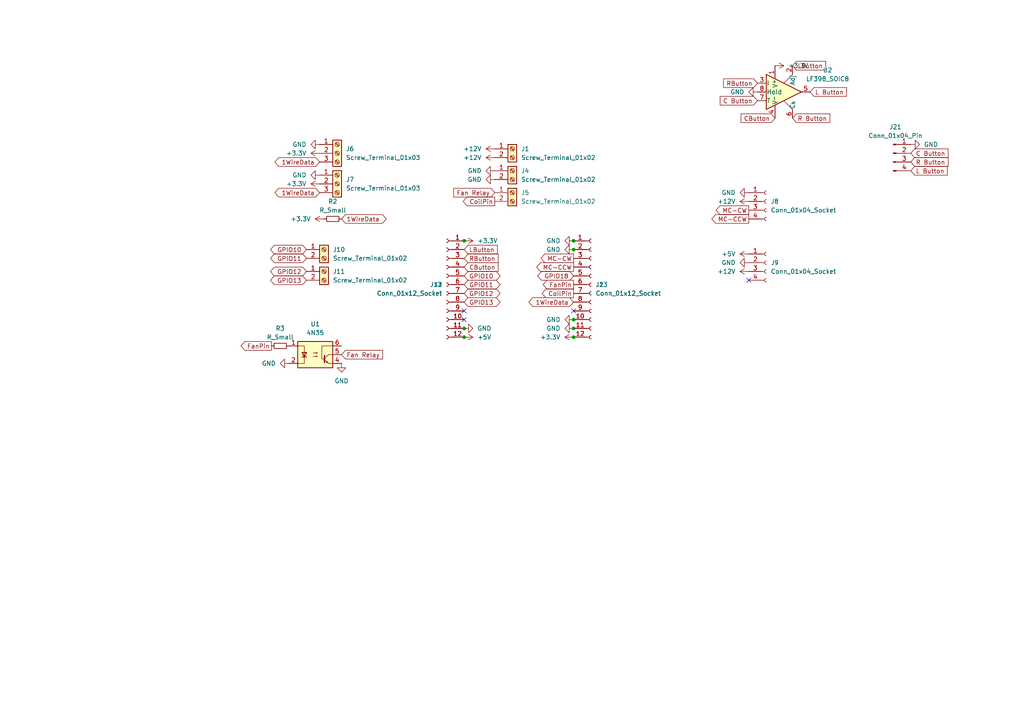
<source format=kicad_sch>
(kicad_sch (version 20231120) (generator "eeschema") (generator_version "8.0")
  (paper "A4")
  (lib_symbols
    (symbol "Analog:LF398_SOIC8" (pin_names (offset 0.127))
      (property "Reference" "U" (at 5.08 3.81 0))
      (property "Value" "LF398_SOIC8" (at 5.08 -2.54 0))
      (symbol "LF398_SOIC8_0_1"
        (polyline (pts (xy 0 -2.54) (xy 2.54 -5.08)))
        (polyline (pts (xy 2.54 5.08) (xy 0 2.54)))
        (polyline (pts (xy -5.08 5.08) (xy 5.08 0) (xy -5.08 -5.08) (xy -5.08 5.08)) (stroke (width 0.254)) (fill (type background)))
      )
      (symbol "LF398_SOIC8_1_1"
        (pin passive line (at -2.54 7.62 270) (length 3.81) (name "V^{+}") (number "1"))
        (pin passive line (at 2.54 7.62 270) (length 2.54) (name "Adj") (number "2"))
        (pin input line (at -7.62 2.54 0) (length 2.54) (name "I") (number "3"))
        (pin passive line (at -2.54 -7.62 90) (length 3.81) (name "V^{-}") (number "4"))
        (pin output line (at 7.62 0 180) (length 2.54) (name "~") (number "5"))
        (pin passive line (at 2.54 -7.62 90) (length 2.54) (name "C_{h}") (number "6"))
        (pin passive line (at -7.62 -2.54 0) (length 2.54) (name "T") (number "7"))
        (pin input line (at -7.62 0 0) (length 2.54) (name "Hold") (number "8"))
      )
    )
    (symbol "Connector:Conn_01x04_Pin" (pin_names (offset 1.016) hide)
      (property "Reference" "J" (at 0 5.08 0))
      (property "Value" "Conn_01x04_Pin" (at 0 -7.62 0))
      (symbol "Conn_01x04_Pin_1_1"
        (polyline (pts (xy 1.27 -5.08) (xy 0.8636 -5.08)) (stroke (width 0.1524)))
        (polyline (pts (xy 1.27 -2.54) (xy 0.8636 -2.54)) (stroke (width 0.1524)))
        (polyline (pts (xy 1.27 0) (xy 0.8636 0)) (stroke (width 0.1524)))
        (polyline (pts (xy 1.27 2.54) (xy 0.8636 2.54)) (stroke (width 0.1524)))
        (rectangle (start 0.8636 -4.953) (end 0 -5.207) (stroke (width 0.1524)) (fill (type outline)))
        (rectangle (start 0.8636 -2.413) (end 0 -2.667) (stroke (width 0.1524)) (fill (type outline)))
        (rectangle (start 0.8636 0.127) (end 0 -0.127) (stroke (width 0.1524)) (fill (type outline)))
        (rectangle (start 0.8636 2.667) (end 0 2.413) (stroke (width 0.1524)) (fill (type outline)))
        (pin passive line (at 5.08 2.54 180) (length 3.81) (name "Pin_1") (number "1"))
        (pin passive line (at 5.08 0 180) (length 3.81) (name "Pin_2") (number "2"))
        (pin passive line (at 5.08 -2.54 180) (length 3.81) (name "Pin_3") (number "3"))
        (pin passive line (at 5.08 -5.08 180) (length 3.81) (name "Pin_4") (number "4"))
      )
    )
    (symbol "Connector:Conn_01x04_Socket" (pin_names (offset 1.016) hide)
      (property "Reference" "J" (at 0 5.08 0))
      (property "Value" "Conn_01x04_Socket" (at 0 -7.62 0))
      (symbol "Conn_01x04_Socket_1_1"
        (arc (start 0 -4.572) (mid -0.5058 -5.08) (end 0 -5.588) (stroke (width 0.1524)))
        (arc (start 0 -2.032) (mid -0.5058 -2.54) (end 0 -3.048) (stroke (width 0.1524)))
        (polyline (pts (xy -1.27 -5.08) (xy -0.508 -5.08)) (stroke (width 0.1524)))
        (polyline (pts (xy -1.27 -2.54) (xy -0.508 -2.54)) (stroke (width 0.1524)))
        (polyline (pts (xy -1.27 0) (xy -0.508 0)) (stroke (width 0.1524)))
        (polyline (pts (xy -1.27 2.54) (xy -0.508 2.54)) (stroke (width 0.1524)))
        (arc (start 0 0.508) (mid -0.5058 0) (end 0 -0.508) (stroke (width 0.1524)))
        (arc (start 0 3.048) (mid -0.5058 2.54) (end 0 2.032) (stroke (width 0.1524)))
        (pin passive line (at -5.08 2.54 0) (length 3.81) (name "Pin_1") (number "1"))
        (pin passive line (at -5.08 0 0) (length 3.81) (name "Pin_2") (number "2"))
        (pin passive line (at -5.08 -2.54 0) (length 3.81) (name "Pin_3") (number "3"))
        (pin passive line (at -5.08 -5.08 0) (length 3.81) (name "Pin_4") (number "4"))
      )
    )
    (symbol "Connector:Conn_01x12_Socket" (pin_names (offset 1.016) hide)
      (property "Reference" "J" (at 0 15.24 0))
      (property "Value" "Conn_01x12_Socket" (at 0 -17.78 0))
      (symbol "Conn_01x12_Socket_1_1"
        (arc (start 0 -14.732) (mid -0.5058 -15.24) (end 0 -15.748) (stroke (width 0.1524)))
        (arc (start 0 -12.192) (mid -0.5058 -12.7) (end 0 -13.208) (stroke (width 0.1524)))
        (arc (start 0 -9.652) (mid -0.5058 -10.16) (end 0 -10.668) (stroke (width 0.1524)))
        (arc (start 0 -7.112) (mid -0.5058 -7.62) (end 0 -8.128) (stroke (width 0.1524)))
        (arc (start 0 -4.572) (mid -0.5058 -5.08) (end 0 -5.588) (stroke (width 0.1524)))
        (arc (start 0 -2.032) (mid -0.5058 -2.54) (end 0 -3.048) (stroke (width 0.1524)))
        (polyline (pts (xy -1.27 -15.24) (xy -0.508 -15.24)) (stroke (width 0.1524)))
        (polyline (pts (xy -1.27 -12.7) (xy -0.508 -12.7)) (stroke (width 0.1524)))
        (polyline (pts (xy -1.27 -10.16) (xy -0.508 -10.16)) (stroke (width 0.1524)))
        (polyline (pts (xy -1.27 -7.62) (xy -0.508 -7.62)) (stroke (width 0.1524)))
        (polyline (pts (xy -1.27 -5.08) (xy -0.508 -5.08)) (stroke (width 0.1524)))
        (polyline (pts (xy -1.27 -2.54) (xy -0.508 -2.54)) (stroke (width 0.1524)))
        (polyline (pts (xy -1.27 0) (xy -0.508 0)) (stroke (width 0.1524)))
        (polyline (pts (xy -1.27 2.54) (xy -0.508 2.54)) (stroke (width 0.1524)))
        (polyline (pts (xy -1.27 5.08) (xy -0.508 5.08)) (stroke (width 0.1524)))
        (polyline (pts (xy -1.27 7.62) (xy -0.508 7.62)) (stroke (width 0.1524)))
        (polyline (pts (xy -1.27 10.16) (xy -0.508 10.16)) (stroke (width 0.1524)))
        (polyline (pts (xy -1.27 12.7) (xy -0.508 12.7)) (stroke (width 0.1524)))
        (arc (start 0 0.508) (mid -0.5058 0) (end 0 -0.508) (stroke (width 0.1524)))
        (arc (start 0 3.048) (mid -0.5058 2.54) (end 0 2.032) (stroke (width 0.1524)))
        (arc (start 0 5.588) (mid -0.5058 5.08) (end 0 4.572) (stroke (width 0.1524)))
        (arc (start 0 8.128) (mid -0.5058 7.62) (end 0 7.112) (stroke (width 0.1524)))
        (arc (start 0 10.668) (mid -0.5058 10.16) (end 0 9.652) (stroke (width 0.1524)))
        (arc (start 0 13.208) (mid -0.5058 12.7) (end 0 12.192) (stroke (width 0.1524)))
        (pin passive line (at -5.08 12.7 0) (length 3.81) (name "Pin_1") (number "1"))
        (pin passive line (at -5.08 -10.16 0) (length 3.81) (name "Pin_10") (number "10"))
        (pin passive line (at -5.08 -12.7 0) (length 3.81) (name "Pin_11") (number "11"))
        (pin passive line (at -5.08 -15.24 0) (length 3.81) (name "Pin_12") (number "12"))
        (pin passive line (at -5.08 10.16 0) (length 3.81) (name "Pin_2") (number "2"))
        (pin passive line (at -5.08 7.62 0) (length 3.81) (name "Pin_3") (number "3"))
        (pin passive line (at -5.08 5.08 0) (length 3.81) (name "Pin_4") (number "4"))
        (pin passive line (at -5.08 2.54 0) (length 3.81) (name "Pin_5") (number "5"))
        (pin passive line (at -5.08 0 0) (length 3.81) (name "Pin_6") (number "6"))
        (pin passive line (at -5.08 -2.54 0) (length 3.81) (name "Pin_7") (number "7"))
        (pin passive line (at -5.08 -5.08 0) (length 3.81) (name "Pin_8") (number "8"))
        (pin passive line (at -5.08 -7.62 0) (length 3.81) (name "Pin_9") (number "9"))
      )
    )
    (symbol "Connector:Screw_Terminal_01x02" (pin_names (offset 1.016) hide)
      (property "Reference" "J" (at 0 2.54 0))
      (property "Value" "Screw_Terminal_01x02" (at 0 -5.08 0))
      (symbol "Screw_Terminal_01x02_1_1"
        (rectangle (start -1.27 1.27) (end 1.27 -3.81) (stroke (width 0.254)) (fill (type background)))
        (circle (center 0 -2.54) (radius 0.635) (stroke (width 0.1524)))
        (polyline (pts (xy -0.5334 -2.2098) (xy 0.3302 -3.048)) (stroke (width 0.1524)))
        (polyline (pts (xy -0.5334 0.3302) (xy 0.3302 -0.508)) (stroke (width 0.1524)))
        (polyline (pts (xy -0.3556 -2.032) (xy 0.508 -2.8702)) (stroke (width 0.1524)))
        (polyline (pts (xy -0.3556 0.508) (xy 0.508 -0.3302)) (stroke (width 0.1524)))
        (circle (center 0 0) (radius 0.635) (stroke (width 0.1524)))
        (pin passive line (at -5.08 0 0) (length 3.81) (name "Pin_1") (number "1"))
        (pin passive line (at -5.08 -2.54 0) (length 3.81) (name "Pin_2") (number "2"))
      )
    )
    (symbol "Connector:Screw_Terminal_01x03" (pin_names (offset 1.016) hide)
      (property "Reference" "J" (at 0 5.08 0))
      (property "Value" "Screw_Terminal_01x03" (at 0 -5.08 0))
      (symbol "Screw_Terminal_01x03_1_1"
        (rectangle (start -1.27 3.81) (end 1.27 -3.81) (stroke (width 0.254)) (fill (type background)))
        (circle (center 0 -2.54) (radius 0.635) (stroke (width 0.1524)))
        (polyline (pts (xy -0.5334 -2.2098) (xy 0.3302 -3.048)) (stroke (width 0.1524)))
        (polyline (pts (xy -0.5334 0.3302) (xy 0.3302 -0.508)) (stroke (width 0.1524)))
        (polyline (pts (xy -0.5334 2.8702) (xy 0.3302 2.032)) (stroke (width 0.1524)))
        (polyline (pts (xy -0.3556 -2.032) (xy 0.508 -2.8702)) (stroke (width 0.1524)))
        (polyline (pts (xy -0.3556 0.508) (xy 0.508 -0.3302)) (stroke (width 0.1524)))
        (polyline (pts (xy -0.3556 3.048) (xy 0.508 2.2098)) (stroke (width 0.1524)))
        (circle (center 0 0) (radius 0.635) (stroke (width 0.1524)))
        (circle (center 0 2.54) (radius 0.635) (stroke (width 0.1524)))
        (pin passive line (at -5.08 2.54 0) (length 3.81) (name "Pin_1") (number "1"))
        (pin passive line (at -5.08 0 0) (length 3.81) (name "Pin_2") (number "2"))
        (pin passive line (at -5.08 -2.54 0) (length 3.81) (name "Pin_3") (number "3"))
      )
    )
    (symbol "Device:R_Small" (pin_numbers hide) (pin_names (offset 0.254) hide)
      (property "Reference" "R" (at 0.762 0.508 0))
      (property "Value" "R_Small" (at 0.762 -1.016 0))
      (symbol "R_Small_0_1"
        (rectangle (start -0.762 1.778) (end 0.762 -1.778) (stroke (width 0.2032)))
      )
      (symbol "R_Small_1_1"
        (pin passive line (at 0 2.54 270) (length 0.762) (name "~") (number "1"))
        (pin passive line (at 0 -2.54 90) (length 0.762) (name "~") (number "2"))
      )
    )
    (symbol "Isolator:4N35" (pin_names (offset 1.016))
      (property "Reference" "U" (at -5.08 5.08 0))
      (property "Value" "4N35" (at 0 5.08 0))
      (symbol "4N35_0_1"
        (rectangle (start -5.08 3.81) (end 5.08 -3.81) (stroke (width 0.254)) (fill (type background)))
        (polyline (pts (xy -3.81 -0.635) (xy -2.54 -0.635)) (stroke (width 0.254)))
        (polyline (pts (xy 2.667 -1.397) (xy 3.81 -2.54)))
        (polyline (pts (xy 2.667 -1.143) (xy 3.81 0)))
        (polyline (pts (xy 3.81 -2.54) (xy 5.08 -2.54)))
        (polyline (pts (xy 3.81 0) (xy 5.08 0)))
        (polyline (pts (xy 2.667 -0.254) (xy 2.667 -2.286) (xy 2.667 -2.286)) (stroke (width 0.3556)))
        (polyline (pts (xy -5.08 -2.54) (xy -3.175 -2.54) (xy -3.175 2.54) (xy -5.08 2.54)))
        (polyline (pts (xy -3.175 -0.635) (xy -3.81 0.635) (xy -2.54 0.635) (xy -3.175 -0.635)) (stroke (width 0.254)))
        (polyline (pts (xy 3.683 -2.413) (xy 3.429 -1.905) (xy 3.175 -2.159) (xy 3.683 -2.413)))
        (polyline (pts (xy 5.08 2.54) (xy 1.905 2.54) (xy 1.905 -1.27) (xy 2.54 -1.27)))
        (polyline (pts (xy -0.635 -0.508) (xy 0.635 -0.508) (xy 0.254 -0.635) (xy 0.254 -0.381) (xy 0.635 -0.508)))
        (polyline (pts (xy -0.635 0.508) (xy 0.635 0.508) (xy 0.254 0.381) (xy 0.254 0.635) (xy 0.635 0.508)))
      )
      (symbol "4N35_1_1"
        (pin passive line (at -7.62 2.54 0) (length 2.54) (name "~") (number "1"))
        (pin passive line (at -7.62 -2.54 0) (length 2.54) (name "~") (number "2"))
        (pin no_connect line (at -5.08 0 0) (length 2.54) hide (name "NC") (number "3"))
        (pin passive line (at 7.62 -2.54 180) (length 2.54) (name "~") (number "4"))
        (pin passive line (at 7.62 0 180) (length 2.54) (name "~") (number "5"))
        (pin passive line (at 7.62 2.54 180) (length 2.54) (name "~") (number "6"))
      )
    )
    (symbol "power:+12V" (power) (pin_numbers hide) (pin_names (offset 0) hide)
      (property "Value" "+12V" (at 0 3.556 0))
      (symbol "+12V_0_1"
        (polyline (pts (xy -0.762 1.27) (xy 0 2.54)))
        (polyline (pts (xy 0 0) (xy 0 2.54)))
        (polyline (pts (xy 0 2.54) (xy 0.762 1.27)))
      )
      (symbol "+12V_1_1"
        (pin power_in line (at 0 0 90) (length 0) (name "~") (number "1"))
      )
    )
    (symbol "power:+3.3V" (power) (pin_numbers hide) (pin_names (offset 0) hide)
      (property "Value" "+3.3V" (at 0 3.556 0))
      (symbol "+3.3V_0_1"
        (polyline (pts (xy -0.762 1.27) (xy 0 2.54)))
        (polyline (pts (xy 0 0) (xy 0 2.54)))
        (polyline (pts (xy 0 2.54) (xy 0.762 1.27)))
      )
      (symbol "+3.3V_1_1"
        (pin power_in line (at 0 0 90) (length 0) (name "~") (number "1"))
      )
    )
    (symbol "power:+5V" (power) (pin_numbers hide) (pin_names (offset 0) hide)
      (property "Value" "+5V" (at 0 3.556 0))
      (symbol "+5V_0_1"
        (polyline (pts (xy -0.762 1.27) (xy 0 2.54)))
        (polyline (pts (xy 0 0) (xy 0 2.54)))
        (polyline (pts (xy 0 2.54) (xy 0.762 1.27)))
      )
      (symbol "+5V_1_1"
        (pin power_in line (at 0 0 90) (length 0) (name "~") (number "1"))
      )
    )
    (symbol "power:GND" (power) (pin_numbers hide) (pin_names (offset 0) hide)
      (property "Value" "GND" (at 0 -3.81 0))
      (symbol "GND_0_1"
        (polyline (pts (xy 0 0) (xy 0 -1.27) (xy 1.27 -1.27) (xy 0 -2.54) (xy -1.27 -1.27) (xy 0 -1.27)))
      )
      (symbol "GND_1_1"
        (pin power_in line (at 0 0 270) (length 0) (name "~") (number "1"))
      )
    )
  )
  (junction (at 166.37 69.85))
  (junction (at 166.37 92.71))
  (junction (at 134.62 95.25))
  (junction (at 134.62 69.85))
  (junction (at 166.37 97.79))
  (junction (at 166.37 95.25))
  (junction (at 134.62 97.79))
  (junction (at 166.37 72.39))
  (no_connect (at 134.62 90.17))
  (no_connect (at 166.37 90.17))
  (no_connect (at 217.17 81.28))
  (no_connect (at 134.62 92.71))
  (global_label "GPIO13" (shape bidirectional) (at 88.9 81.28 180) (property "Intersheetrefs" "${INTERSHEET_REFS}" (effects (hide yes))))
  (global_label "Fan Relay" (shape input) (at 99.06 102.87 0) (property "Intersheetrefs" "${INTERSHEET_REFS}" (effects (hide yes))))
  (global_label "C Button" (shape input) (at 264.16 44.45 0) (property "Intersheetrefs" "${INTERSHEET_REFS}" (effects (hide yes))))
  (global_label "MC-CCW" (shape output) (at 166.37 77.47 180) (property "Intersheetrefs" "${INTERSHEET_REFS}" (effects (hide yes))))
  (global_label "GPIO13" (shape bidirectional) (at 134.62 87.63 0) (property "Intersheetrefs" "${INTERSHEET_REFS}" (effects (hide yes))))
  (global_label "1WireData" (shape bidirectional) (at 166.37 87.63 180) (property "Intersheetrefs" "${INTERSHEET_REFS}" (effects (hide yes))))
  (global_label "FanPin" (shape output) (at 78.74 100.33 180) (property "Intersheetrefs" "${INTERSHEET_REFS}" (effects (hide yes))))
  (global_label "CoilPin" (shape output) (at 166.37 85.09 180) (property "Intersheetrefs" "${INTERSHEET_REFS}" (effects (hide yes))))
  (global_label "1WireData" (shape bidirectional) (at 92.71 55.88 180) (property "Intersheetrefs" "${INTERSHEET_REFS}" (effects (hide yes))))
  (global_label "1WireData" (shape bidirectional) (at 99.06 63.5 0) (property "Intersheetrefs" "${INTERSHEET_REFS}" (effects (hide yes))))
  (global_label "CButton" (shape input) (at 224.79 34.29 180) (property "Intersheetrefs" "${INTERSHEET_REFS}" (effects (hide yes))))
  (global_label "GPIO12" (shape bidirectional) (at 134.62 85.09 0) (property "Intersheetrefs" "${INTERSHEET_REFS}" (effects (hide yes))))
  (global_label "GPIO10" (shape bidirectional) (at 88.9 72.39 180) (property "Intersheetrefs" "${INTERSHEET_REFS}" (effects (hide yes))))
  (global_label "L Button" (shape input) (at 264.16 49.53 0) (property "Intersheetrefs" "${INTERSHEET_REFS}" (effects (hide yes))))
  (global_label "MC-CW" (shape output) (at 166.37 74.93 180) (property "Intersheetrefs" "${INTERSHEET_REFS}" (effects (hide yes))))
  (global_label "Fan Relay" (shape input) (at 143.51 55.88 180) (property "Intersheetrefs" "${INTERSHEET_REFS}" (effects (hide yes))))
  (global_label "LButton" (shape input) (at 229.87 19.05 0) (property "Intersheetrefs" "${INTERSHEET_REFS}" (effects (hide yes))))
  (global_label "1WireData" (shape bidirectional) (at 92.71 46.99 180) (property "Intersheetrefs" "${INTERSHEET_REFS}" (effects (hide yes))))
  (global_label "R Button" (shape input) (at 229.87 34.29 0) (property "Intersheetrefs" "${INTERSHEET_REFS}" (effects (hide yes))))
  (global_label "GPIO11" (shape bidirectional) (at 134.62 82.55 0) (property "Intersheetrefs" "${INTERSHEET_REFS}" (effects (hide yes))))
  (global_label "GPIO10" (shape bidirectional) (at 134.62 80.01 0) (property "Intersheetrefs" "${INTERSHEET_REFS}" (effects (hide yes))))
  (global_label "CoilPin" (shape output) (at 143.51 58.42 180) (property "Intersheetrefs" "${INTERSHEET_REFS}" (effects (hide yes))))
  (global_label "MC-CCW" (shape output) (at 217.17 63.5 180) (property "Intersheetrefs" "${INTERSHEET_REFS}" (effects (hide yes))))
  (global_label "RButton" (shape input) (at 219.71 24.13 180) (property "Intersheetrefs" "${INTERSHEET_REFS}" (effects (hide yes))))
  (global_label "LButton" (shape input) (at 134.62 72.39 0) (property "Intersheetrefs" "${INTERSHEET_REFS}" (effects (hide yes))))
  (global_label "GPIO11" (shape bidirectional) (at 88.9 74.93 180) (property "Intersheetrefs" "${INTERSHEET_REFS}" (effects (hide yes))))
  (global_label "R Button" (shape input) (at 264.16 46.99 0) (property "Intersheetrefs" "${INTERSHEET_REFS}" (effects (hide yes))))
  (global_label "MC-CW" (shape output) (at 217.17 60.96 180) (property "Intersheetrefs" "${INTERSHEET_REFS}" (effects (hide yes))))
  (global_label "GPIO18" (shape bidirectional) (at 166.37 80.01 180) (property "Intersheetrefs" "${INTERSHEET_REFS}" (effects (hide yes))))
  (global_label "RButton" (shape input) (at 134.62 74.93 0) (property "Intersheetrefs" "${INTERSHEET_REFS}" (effects (hide yes))))
  (global_label "C Button" (shape input) (at 219.71 29.21 180) (property "Intersheetrefs" "${INTERSHEET_REFS}" (effects (hide yes))))
  (global_label "CButton" (shape input) (at 134.62 77.47 0) (property "Intersheetrefs" "${INTERSHEET_REFS}" (effects (hide yes))))
  (global_label "L Button" (shape input) (at 234.95 26.67 0) (property "Intersheetrefs" "${INTERSHEET_REFS}" (effects (hide yes))))
  (global_label "GPIO12" (shape bidirectional) (at 88.9 78.74 180) (property "Intersheetrefs" "${INTERSHEET_REFS}" (effects (hide yes))))
  (global_label "FanPin" (shape output) (at 166.37 82.55 180) (property "Intersheetrefs" "${INTERSHEET_REFS}" (effects (hide yes))))
  (symbol (lib_id "power:+12V") (at 143.51 43.18 90) (unit 1)
    (property "Reference" "#PWR09" (effects (hide yes)))
    (property "Value" "+12V" (at 139.7 43.1799 90) (effects (justify left)))
    (property "Description" "Power symbol creates a global label with name \"+12V\"" (effects (hide yes)))
  )
  (symbol (lib_id "power:+5V") (at 134.62 97.79 270) (unit 1)
    (property "Reference" "#PWR02" (effects (hide yes)))
    (property "Value" "+5V" (at 138.43 97.7899 90) (effects (justify left)))
    (property "Description" "Power symbol creates a global label with name \"+5V\"" (effects (hide yes)))
  )
  (symbol (lib_id "power:+3.3V") (at 92.71 53.34 90) (unit 1)
    (property "Reference" "#PWR016" (effects (hide yes)))
    (property "Value" "+3.3V" (at 88.9 53.3399 90) (effects (justify left)))
    (property "Description" "Power symbol creates a global label with name \"+3.3V\"" (effects (hide yes)))
  )
  (symbol (lib_id "power:GND") (at 166.37 72.39 270) (unit 1)
    (property "Reference" "#PWR05" (effects (hide yes)))
    (property "Value" "GND" (at 162.56 72.3899 90) (effects (justify right)))
    (property "Description" "Power symbol creates a global label with name \"GND\" , ground" (effects (hide yes)))
  )
  (symbol (lib_id "Connector:Screw_Terminal_01x03") (at 97.79 44.45 0) (unit 1)
    (property "Reference" "J6" (at 100.33 43.1799 0) (effects (justify left)))
    (property "Value" "Screw_Terminal_01x03" (at 100.33 45.7199 0) (effects (justify left)))
    (property "Footprint" "TerminalBlock_Altech:Altech_AK100_1x03_P5.00mm" (effects (hide yes)))
    (property "Description" "Generic screw terminal, single row, 01x03, script generated (kicad-library-utils/schlib/autogen/connector/)" (effects (hide yes)))
  )
  (symbol (lib_id "power:+3.3V") (at 224.79 19.05 270) (unit 1)
    (property "Reference" "#PWR029" (effects (hide yes)))
    (property "Value" "+3.3V" (at 228.6 19.0499 90) (effects (justify left)))
    (property "Description" "Power symbol creates a global label with name \"+3.3V\"" (effects (hide yes)))
  )
  (symbol (lib_id "power:+3.3V") (at 92.71 44.45 90) (unit 1)
    (property "Reference" "#PWR018" (effects (hide yes)))
    (property "Value" "+3.3V" (at 88.9 44.4499 90) (effects (justify left)))
    (property "Description" "Power symbol creates a global label with name \"+3.3V\"" (effects (hide yes)))
  )
  (symbol (lib_id "power:GND") (at 143.51 52.07 270) (unit 1)
    (property "Reference" "#PWR015" (effects (hide yes)))
    (property "Value" "GND" (at 139.7 52.0699 90) (effects (justify right)))
    (property "Description" "Power symbol creates a global label with name \"GND\" , ground" (effects (hide yes)))
  )
  (symbol (lib_id "power:+12V") (at 143.51 45.72 90) (unit 1)
    (property "Reference" "#PWR010" (effects (hide yes)))
    (property "Value" "+12V" (at 139.7 45.7199 90) (effects (justify left)))
    (property "Description" "Power symbol creates a global label with name \"+12V\"" (effects (hide yes)))
  )
  (symbol (lib_id "power:GND") (at 217.17 55.88 270) (unit 1)
    (property "Reference" "#PWR021" (effects (hide yes)))
    (property "Value" "GND" (at 213.36 55.8799 90) (effects (justify right)))
    (property "Description" "Power symbol creates a global label with name \"GND\" , ground" (effects (hide yes)))
  )
  (symbol (lib_id "power:GND") (at 217.17 76.2 270) (unit 1)
    (property "Reference" "#PWR023" (effects (hide yes)))
    (property "Value" "GND" (at 213.36 76.1999 90) (effects (justify right)))
    (property "Description" "Power symbol creates a global label with name \"GND\" , ground" (effects (hide yes)))
  )
  (symbol (lib_id "power:GND") (at 83.82 105.41 270) (unit 1)
    (property "Reference" "#PWR026" (effects (hide yes)))
    (property "Value" "GND" (at 80.01 105.4099 90) (effects (justify right)))
    (property "Description" "Power symbol creates a global label with name \"GND\" , ground" (effects (hide yes)))
  )
  (symbol (lib_id "power:GND") (at 219.71 26.67 270) (unit 1)
    (property "Reference" "#PWR028" (effects (hide yes)))
    (property "Value" "GND" (at 215.9 26.6699 90) (effects (justify right)))
    (property "Description" "Power symbol creates a global label with name \"GND\" , ground" (effects (hide yes)))
  )
  (symbol (lib_id "power:GND") (at 166.37 69.85 270) (unit 1)
    (property "Reference" "#PWR04" (effects (hide yes)))
    (property "Value" "GND" (at 162.56 69.8499 90) (effects (justify right)))
    (property "Description" "Power symbol creates a global label with name \"GND\" , ground" (effects (hide yes)))
  )
  (symbol (lib_id "power:GND") (at 143.51 49.53 270) (unit 1)
    (property "Reference" "#PWR011" (effects (hide yes)))
    (property "Value" "GND" (at 139.7 49.5299 90) (effects (justify right)))
    (property "Description" "Power symbol creates a global label with name \"GND\" , ground" (effects (hide yes)))
  )
  (symbol (lib_id "Connector:Conn_01x04_Socket") (at 222.25 76.2 0) (unit 1)
    (property "Reference" "J9" (at 223.52 76.1999 0) (effects (justify left)))
    (property "Value" "Conn_01x04_Socket" (at 223.52 78.7399 0) (effects (justify left)))
    (property "Footprint" "Connector_PinSocket_2.54mm:PinSocket_1x04_P2.54mm_Vertical" (effects (hide yes)))
    (property "Description" "Generic connector, single row, 01x04, script generated" (effects (hide yes)))
  )
  (symbol (lib_id "Isolator:4N35") (at 91.44 102.87 0) (unit 1)
    (property "Reference" "U1" (at 91.44 93.98 0))
    (property "Value" "4N35" (at 91.44 96.52 0))
    (property "Footprint" "Package_DIP:DIP-6_W7.62mm" (effects (hide yes)))
    (property "Datasheet" "https://www.vishay.com/docs/81181/4n35.pdf" (effects (hide yes)))
    (property "Description" "Optocoupler, Phototransistor Output, with Base Connection, Vce 70V, CTR 100%, Viso 5000V, DIP6" (effects (hide yes)))
  )
  (symbol (lib_id "power:+3.3V") (at 93.98 63.5 90) (unit 1)
    (property "Reference" "#PWR025" (effects (hide yes)))
    (property "Value" "+3.3V" (at 90.17 63.4999 90) (effects (justify left)))
    (property "Description" "Power symbol creates a global label with name \"+3.3V\"" (effects (hide yes)))
  )
  (symbol (lib_id "power:GND") (at 166.37 92.71 270) (unit 1)
    (property "Reference" "#PWR06" (effects (hide yes)))
    (property "Value" "GND" (at 162.56 92.7099 90) (effects (justify right)))
    (property "Description" "Power symbol creates a global label with name \"GND\" , ground" (effects (hide yes)))
  )
  (symbol (lib_id "power:GND") (at 134.62 95.25 90) (unit 1)
    (property "Reference" "#PWR01" (effects (hide yes)))
    (property "Value" "GND" (at 138.43 95.2499 90) (effects (justify right)))
    (property "Description" "Power symbol creates a global label with name \"GND\" , ground" (effects (hide yes)))
  )
  (symbol (lib_id "Device:R_Small") (at 81.28 100.33 90) (unit 1)
    (property "Reference" "R3" (at 81.28 95.25 90))
    (property "Value" "R_Small" (at 81.28 97.79 90))
    (property "Footprint" "Resistor_SMD:R_0805_2012Metric_Pad1.20x1.40mm_HandSolder" (effects (hide yes)))
    (property "Description" "Resistor, small symbol" (effects (hide yes)))
  )
  (symbol (lib_id "power:+3.3V") (at 134.62 69.85 270) (unit 1)
    (property "Reference" "#PWR03" (effects (hide yes)))
    (property "Value" "+3.3V" (at 138.43 69.8499 90) (effects (justify left)))
    (property "Description" "Power symbol creates a global label with name \"+3.3V\"" (effects (hide yes)))
  )
  (symbol (lib_id "power:+5V") (at 217.17 73.66 90) (unit 1)
    (property "Reference" "#PWR024" (effects (hide yes)))
    (property "Value" "+5V" (at 213.36 73.6599 90) (effects (justify left)))
    (property "Description" "Power symbol creates a global label with name \"+5V\"" (effects (hide yes)))
  )
  (symbol (lib_id "Connector:Screw_Terminal_01x02") (at 93.98 72.39 0) (unit 1)
    (property "Reference" "J10" (at 96.52 72.3899 0) (effects (justify left)))
    (property "Value" "Screw_Terminal_01x02" (at 96.52 74.9299 0) (effects (justify left)))
    (property "Footprint" "TerminalBlock_Altech:Altech_AK100_1x02_P5.00mm" (effects (hide yes)))
    (property "Description" "Generic screw terminal, single row, 01x02, script generated (kicad-library-utils/schlib/autogen/connector/)" (effects (hide yes)))
  )
  (symbol (lib_id "power:GND") (at 166.37 95.25 270) (unit 1)
    (property "Reference" "#PWR07" (effects (hide yes)))
    (property "Value" "GND" (at 162.56 95.2499 90) (effects (justify right)))
    (property "Description" "Power symbol creates a global label with name \"GND\" , ground" (effects (hide yes)))
  )
  (symbol (lib_id "power:+3.3V") (at 166.37 97.79 90) (unit 1)
    (property "Reference" "#PWR08" (effects (hide yes)))
    (property "Value" "+3.3V" (at 162.56 97.7899 90) (effects (justify left)))
    (property "Description" "Power symbol creates a global label with name \"+3.3V\"" (effects (hide yes)))
  )
  (symbol (lib_id "Connector:Conn_01x04_Pin") (at 259.08 44.45 0) (unit 1)
    (property "Reference" "J21" (at 259.715 36.83 0))
    (property "Value" "Conn_01x04_Pin" (at 259.715 39.37 0))
    (property "Footprint" "Connector:FanPinHeader_1x04_P2.54mm_Vertical" (effects (hide yes)))
    (property "Description" "Generic connector, single row, 01x04, script generated" (effects (hide yes)))
  )
  (symbol (lib_id "Connector:Conn_01x12_Socket") (at 171.45 82.55 0) (unit 1)
    (property "Reference" "J2" (at 172.72 82.5499 0) (effects (justify left)))
    (property "Value" "Conn_01x12_Socket" (at 172.72 85.0899 0) (effects (justify left)))
    (property "Footprint" "Connector_PinHeader_2.54mm:PinHeader_1x12_P2.54mm_Vertical" (effects (hide yes)))
    (property "Description" "Generic connector, single row, 01x12, script generated" (effects (hide yes)))
  )
  (symbol (lib_id "Analog:LF398_SOIC8") (at 227.33 26.67 0) (unit 1)
    (property "Reference" "U2" (at 240.03 20.3514 0))
    (property "Value" "LF398_SOIC8" (at 240.03 22.8914 0))
    (property "Footprint" "Package_SO:SOIC-8_3.9x4.9mm_P1.27mm" (effects (hide yes)))
    (property "Datasheet" "https://www.analog.com/media/en/technical-documentation/data-sheets/lt0398s8.pdf" (effects (hide yes)))
    (property "Description" "Sample And Hold Unity Gain Follower, SOIC-8" (effects (hide yes)))
  )
  (symbol (lib_id "power:GND") (at 264.16 41.91 90) (unit 1)
    (property "Reference" "#PWR012" (effects (hide yes)))
    (property "Value" "GND" (at 267.97 41.9099 90) (effects (justify right)))
    (property "Description" "Power symbol creates a global label with name \"GND\" , ground" (effects (hide yes)))
  )
  (symbol (lib_id "Connector:Screw_Terminal_01x02") (at 148.59 55.88 0) (unit 1)
    (property "Reference" "J5" (at 151.13 55.8799 0) (effects (justify left)))
    (property "Value" "Screw_Terminal_01x02" (at 151.13 58.4199 0) (effects (justify left)))
    (property "Footprint" "TerminalBlock_Altech:Altech_AK100_1x02_P5.00mm" (effects (hide yes)))
    (property "Description" "Generic screw terminal, single row, 01x02, script generated (kicad-library-utils/schlib/autogen/connector/)" (effects (hide yes)))
  )
  (symbol (lib_id "Connector:Conn_01x12_Socket") (at 129.54 82.55 0) (mirror y) (unit 1)
    (property "Reference" "J12" (at 128.27 82.5499 0) (effects (justify left)))
    (property "Value" "Conn_01x12_Socket" (at 128.27 85.0899 0) (effects (justify left)))
    (property "Footprint" "Connector_PinHeader_2.54mm:PinHeader_1x12_P2.54mm_Vertical" (effects (hide yes)))
    (property "Description" "Generic connector, single row, 01x12, script generated" (effects (hide yes)))
  )
  (symbol (lib_id "power:GND") (at 99.06 105.41 0) (unit 1)
    (property "Reference" "#PWR027" (effects (hide yes)))
    (property "Value" "GND" (at 99.06 110.49 0))
    (property "Description" "Power symbol creates a global label with name \"GND\" , ground" (effects (hide yes)))
  )
  (symbol (lib_id "Device:R_Small") (at 96.52 63.5 90) (unit 1)
    (property "Reference" "R2" (at 96.52 58.42 90))
    (property "Value" "R_Small" (at 96.52 60.96 90))
    (property "Footprint" "Resistor_SMD:R_0805_2012Metric_Pad1.20x1.40mm_HandSolder" (effects (hide yes)))
    (property "Description" "Resistor, small symbol" (effects (hide yes)))
  )
  (symbol (lib_id "power:+12V") (at 217.17 78.74 90) (unit 1)
    (property "Reference" "#PWR022" (effects (hide yes)))
    (property "Value" "+12V" (at 213.36 78.7399 90) (effects (justify left)))
    (property "Description" "Power symbol creates a global label with name \"+12V\"" (effects (hide yes)))
  )
  (symbol (lib_id "Connector:Screw_Terminal_01x03") (at 97.79 53.34 0) (unit 1)
    (property "Reference" "J7" (at 100.33 52.0699 0) (effects (justify left)))
    (property "Value" "Screw_Terminal_01x03" (at 100.33 54.6099 0) (effects (justify left)))
    (property "Footprint" "TerminalBlock_Altech:Altech_AK100_1x03_P5.00mm" (effects (hide yes)))
    (property "Description" "Generic screw terminal, single row, 01x03, script generated (kicad-library-utils/schlib/autogen/connector/)" (effects (hide yes)))
  )
  (symbol (lib_id "Connector:Conn_01x12_Socket") (at 129.54 82.55 0) (mirror y) (unit 1)
    (property "Reference" "J3" (at 128.27 82.5499 0) (effects (justify left)))
    (property "Value" "Conn_01x12_Socket" (at 128.27 85.0899 0) (effects (justify left)))
    (property "Footprint" "Connector_PinHeader_2.54mm:PinHeader_1x12_P2.54mm_Vertical" (effects (hide yes)))
    (property "Description" "Generic connector, single row, 01x12, script generated" (effects (hide yes)))
  )
  (symbol (lib_id "Connector:Screw_Terminal_01x02") (at 93.98 78.74 0) (unit 1)
    (property "Reference" "J11" (at 96.52 78.7399 0) (effects (justify left)))
    (property "Value" "Screw_Terminal_01x02" (at 96.52 81.2799 0) (effects (justify left)))
    (property "Footprint" "TerminalBlock_Altech:Altech_AK100_1x02_P5.00mm" (effects (hide yes)))
    (property "Description" "Generic screw terminal, single row, 01x02, script generated (kicad-library-utils/schlib/autogen/connector/)" (effects (hide yes)))
  )
  (symbol (lib_id "power:GND") (at 92.71 41.91 270) (unit 1)
    (property "Reference" "#PWR019" (effects (hide yes)))
    (property "Value" "GND" (at 88.9 41.9099 90) (effects (justify right)))
    (property "Description" "Power symbol creates a global label with name \"GND\" , ground" (effects (hide yes)))
  )
  (symbol (lib_id "Connector:Screw_Terminal_01x02") (at 148.59 49.53 0) (unit 1)
    (property "Reference" "J4" (at 151.13 49.5299 0) (effects (justify left)))
    (property "Value" "Screw_Terminal_01x02" (at 151.13 52.0699 0) (effects (justify left)))
    (property "Footprint" "TerminalBlock_Altech:Altech_AK100_1x02_P5.00mm" (effects (hide yes)))
    (property "Description" "Generic screw terminal, single row, 01x02, script generated (kicad-library-utils/schlib/autogen/connector/)" (effects (hide yes)))
  )
  (symbol (lib_id "power:+12V") (at 217.17 58.42 90) (unit 1)
    (property "Reference" "#PWR020" (effects (hide yes)))
    (property "Value" "+12V" (at 213.36 58.4199 90) (effects (justify left)))
    (property "Description" "Power symbol creates a global label with name \"+12V\"" (effects (hide yes)))
  )
  (symbol (lib_id "Connector:Screw_Terminal_01x02") (at 148.59 43.18 0) (unit 1)
    (property "Reference" "J1" (at 151.13 43.1799 0) (effects (justify left)))
    (property "Value" "Screw_Terminal_01x02" (at 151.13 45.7199 0) (effects (justify left)))
    (property "Footprint" "TerminalBlock_Altech:Altech_AK100_1x02_P5.00mm" (effects (hide yes)))
    (property "Description" "Generic screw terminal, single row, 01x02, script generated (kicad-library-utils/schlib/autogen/connector/)" (effects (hide yes)))
  )
  (symbol (lib_id "Connector:Conn_01x04_Socket") (at 222.25 58.42 0) (unit 1)
    (property "Reference" "J8" (at 223.52 58.4199 0) (effects (justify left)))
    (property "Value" "Conn_01x04_Socket" (at 223.52 60.9599 0) (effects (justify left)))
    (property "Footprint" "Connector_PinSocket_2.54mm:PinSocket_1x04_P2.54mm_Vertical" (effects (hide yes)))
    (property "Description" "Generic connector, single row, 01x04, script generated" (effects (hide yes)))
  )
  (symbol (lib_id "power:GND") (at 92.71 50.8 270) (unit 1)
    (property "Reference" "#PWR017" (effects (hide yes)))
    (property "Value" "GND" (at 88.9 50.7999 90) (effects (justify right)))
    (property "Description" "Power symbol creates a global label with name \"GND\" , ground" (effects (hide yes)))
  )
  (symbol (lib_id "Connector:Conn_01x12_Socket") (at 171.45 82.55 0) (unit 1)
    (property "Reference" "J13" (at 172.72 82.5499 0) (effects (justify left)))
    (property "Value" "Conn_01x12_Socket" (at 172.72 85.0899 0) (effects (justify left)))
    (property "Footprint" "Connector_PinHeader_2.54mm:PinHeader_1x12_P2.54mm_Vertical" (effects (hide yes)))
    (property "Description" "Generic connector, single row, 01x12, script generated" (effects (hide yes)))
  )
)
</source>
